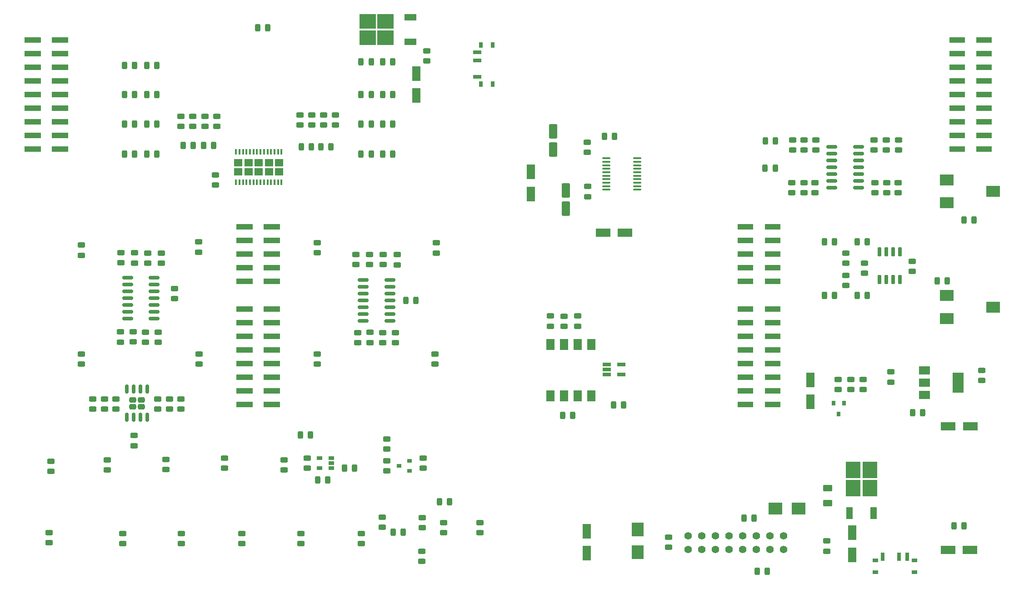
<source format=gbr>
%TF.GenerationSoftware,KiCad,Pcbnew,(6.0.1-0)*%
%TF.CreationDate,2022-04-07T21:47:18+00:00*%
%TF.ProjectId,fjol,666a6f6c-2e6b-4696-9361-645f70636258,rev?*%
%TF.SameCoordinates,Original*%
%TF.FileFunction,Paste,Top*%
%TF.FilePolarity,Positive*%
%FSLAX46Y46*%
G04 Gerber Fmt 4.6, Leading zero omitted, Abs format (unit mm)*
G04 Created by KiCad (PCBNEW (6.0.1-0)) date 2022-04-07 21:47:18*
%MOMM*%
%LPD*%
G01*
G04 APERTURE LIST*
G04 Aperture macros list*
%AMRoundRect*
0 Rectangle with rounded corners*
0 $1 Rounding radius*
0 $2 $3 $4 $5 $6 $7 $8 $9 X,Y pos of 4 corners*
0 Add a 4 corners polygon primitive as box body*
4,1,4,$2,$3,$4,$5,$6,$7,$8,$9,$2,$3,0*
0 Add four circle primitives for the rounded corners*
1,1,$1+$1,$2,$3*
1,1,$1+$1,$4,$5*
1,1,$1+$1,$6,$7*
1,1,$1+$1,$8,$9*
0 Add four rect primitives between the rounded corners*
20,1,$1+$1,$2,$3,$4,$5,0*
20,1,$1+$1,$4,$5,$6,$7,0*
20,1,$1+$1,$6,$7,$8,$9,0*
20,1,$1+$1,$8,$9,$2,$3,0*%
G04 Aperture macros list end*
%ADD10RoundRect,0.250000X0.625000X-0.375000X0.625000X0.375000X-0.625000X0.375000X-0.625000X-0.375000X0*%
%ADD11RoundRect,0.243750X0.243750X0.456250X-0.243750X0.456250X-0.243750X-0.456250X0.243750X-0.456250X0*%
%ADD12RoundRect,0.150000X0.150000X-0.725000X0.150000X0.725000X-0.150000X0.725000X-0.150000X-0.725000X0*%
%ADD13RoundRect,0.100000X-0.637500X-0.100000X0.637500X-0.100000X0.637500X0.100000X-0.637500X0.100000X0*%
%ADD14RoundRect,0.243750X0.456250X-0.243750X0.456250X0.243750X-0.456250X0.243750X-0.456250X-0.243750X0*%
%ADD15RoundRect,0.243750X-0.456250X0.243750X-0.456250X-0.243750X0.456250X-0.243750X0.456250X0.243750X0*%
%ADD16RoundRect,0.150000X0.825000X0.150000X-0.825000X0.150000X-0.825000X-0.150000X0.825000X-0.150000X0*%
%ADD17RoundRect,0.250000X1.137500X0.550000X-1.137500X0.550000X-1.137500X-0.550000X1.137500X-0.550000X0*%
%ADD18RoundRect,0.250000X-0.550000X1.137500X-0.550000X-1.137500X0.550000X-1.137500X0.550000X1.137500X0*%
%ADD19RoundRect,0.250000X0.550000X-1.137500X0.550000X1.137500X-0.550000X1.137500X-0.550000X-1.137500X0*%
%ADD20RoundRect,0.250000X0.550000X-1.075000X0.550000X1.075000X-0.550000X1.075000X-0.550000X-1.075000X0*%
%ADD21RoundRect,0.250000X-1.137500X-0.550000X1.137500X-0.550000X1.137500X0.550000X-1.137500X0.550000X0*%
%ADD22RoundRect,0.243750X-0.243750X-0.456250X0.243750X-0.456250X0.243750X0.456250X-0.243750X0.456250X0*%
%ADD23R,2.500000X2.300000*%
%ADD24R,2.300000X2.500000*%
%ADD25R,1.560000X0.650000*%
%ADD26R,3.150000X1.000000*%
%ADD27R,3.000000X1.000000*%
%ADD28R,0.900000X0.800000*%
%ADD29RoundRect,0.150000X-0.825000X-0.150000X0.825000X-0.150000X0.825000X0.150000X-0.825000X0.150000X0*%
%ADD30R,2.750000X3.050000*%
%ADD31R,1.200000X2.200000*%
%ADD32R,2.000000X1.500000*%
%ADD33R,2.000000X3.800000*%
%ADD34R,1.600000X2.000000*%
%ADD35R,0.800000X0.900000*%
%ADD36R,3.050000X2.750000*%
%ADD37R,2.200000X1.200000*%
%ADD38R,2.500000X2.000000*%
%ADD39R,1.000000X0.800000*%
%ADD40R,0.700000X1.500000*%
%ADD41R,0.800000X1.000000*%
%ADD42R,1.500000X0.700000*%
%ADD43R,1.600000X1.400000*%
%ADD44R,0.400000X1.100000*%
%ADD45RoundRect,0.250000X-0.395000X0.255000X-0.395000X-0.255000X0.395000X-0.255000X0.395000X0.255000X0*%
%ADD46RoundRect,0.150000X-0.150000X0.662500X-0.150000X-0.662500X0.150000X-0.662500X0.150000X0.662500X0*%
%ADD47R,1.060000X0.650000*%
%ADD48C,1.422400*%
G04 APERTURE END LIST*
D10*
%TO.C,L1*%
X243370100Y-146088100D03*
X243370100Y-143288100D03*
%TD*%
D11*
%TO.C,L2*%
X261061200Y-129235200D03*
X259186200Y-129235200D03*
%TD*%
D12*
%TO.C,U6*%
X252984000Y-104429000D03*
X254254000Y-104429000D03*
X255524000Y-104429000D03*
X256794000Y-104429000D03*
X256794000Y-99279000D03*
X255524000Y-99279000D03*
X254254000Y-99279000D03*
X252984000Y-99279000D03*
%TD*%
D13*
%TO.C,U8*%
X202115500Y-81860200D03*
X202115500Y-82510200D03*
X202115500Y-83160200D03*
X202115500Y-83810200D03*
X202115500Y-84460200D03*
X202115500Y-85110200D03*
X202115500Y-85760200D03*
X202115500Y-86410200D03*
X202115500Y-87060200D03*
X202115500Y-87710200D03*
X207840500Y-87710200D03*
X207840500Y-87060200D03*
X207840500Y-86410200D03*
X207840500Y-85760200D03*
X207840500Y-85110200D03*
X207840500Y-84460200D03*
X207840500Y-83810200D03*
X207840500Y-83160200D03*
X207840500Y-82510200D03*
X207840500Y-81860200D03*
%TD*%
D14*
%TO.C,R44*%
X241147600Y-80350600D03*
X241147600Y-78475600D03*
%TD*%
D11*
%TO.C,R45*%
X233591100Y-78651100D03*
X231716100Y-78651100D03*
%TD*%
D15*
%TO.C,R58*%
X252133100Y-86413100D03*
X252133100Y-88288100D03*
%TD*%
D16*
%TO.C,U10*%
X161776838Y-112111780D03*
X161776838Y-110841780D03*
X161776838Y-109571780D03*
X161776838Y-108301780D03*
X161776838Y-107031780D03*
X161776838Y-105761780D03*
X161776838Y-104491780D03*
X156826838Y-104491780D03*
X156826838Y-105761780D03*
X156826838Y-107031780D03*
X156826838Y-108301780D03*
X156826838Y-109571780D03*
X156826838Y-110841780D03*
X156826838Y-112111780D03*
%TD*%
D15*
%TO.C,C1*%
X272034000Y-121388900D03*
X272034000Y-123263900D03*
%TD*%
D17*
%TO.C,C2*%
X269905500Y-131826000D03*
X265780500Y-131826000D03*
%TD*%
D14*
%TO.C,C4*%
X245322000Y-124951500D03*
X245322000Y-123076500D03*
%TD*%
D18*
%TO.C,C6*%
X247942100Y-151612600D03*
X247942100Y-155737600D03*
%TD*%
D19*
%TO.C,C7*%
X198500000Y-155450000D03*
X198500000Y-151325000D03*
%TD*%
D15*
%TO.C,C8*%
X108613438Y-126721180D03*
X108613438Y-128596180D03*
%TD*%
%TO.C,C9*%
X120725938Y-126708680D03*
X120725938Y-128583680D03*
%TD*%
D18*
%TO.C,C14*%
X166705938Y-66056480D03*
X166705938Y-70181480D03*
%TD*%
D15*
%TO.C,C15*%
X259080000Y-101043500D03*
X259080000Y-102918500D03*
%TD*%
D14*
%TO.C,C16*%
X250190000Y-103299500D03*
X250190000Y-101424500D03*
%TD*%
D15*
%TO.C,C18*%
X168713438Y-61821180D03*
X168713438Y-63696180D03*
%TD*%
%TO.C,C19*%
X243205000Y-153162000D03*
X243205000Y-155037000D03*
%TD*%
D14*
%TO.C,C20*%
X198526400Y-80767400D03*
X198526400Y-78892400D03*
%TD*%
D20*
%TO.C,C21*%
X192227200Y-80191500D03*
X192227200Y-76841500D03*
%TD*%
D21*
%TO.C,C22*%
X201487500Y-95750000D03*
X205612500Y-95750000D03*
%TD*%
D20*
%TO.C,C23*%
X194564000Y-91235400D03*
X194564000Y-87885400D03*
%TD*%
D18*
%TO.C,C24*%
X188061600Y-84399100D03*
X188061600Y-88524100D03*
%TD*%
D11*
%TO.C,C25*%
X203680300Y-77774800D03*
X201805300Y-77774800D03*
%TD*%
D15*
%TO.C,C26*%
X198678800Y-87122000D03*
X198678800Y-88997000D03*
%TD*%
D14*
%TO.C,C27*%
X255117600Y-123545600D03*
X255117600Y-121670600D03*
%TD*%
%TO.C,C28*%
X246761000Y-105585500D03*
X246761000Y-103710500D03*
%TD*%
D15*
%TO.C,C29*%
X246761000Y-99519500D03*
X246761000Y-101394500D03*
%TD*%
D11*
%TO.C,C30*%
X265656300Y-104698800D03*
X263781300Y-104698800D03*
%TD*%
D15*
%TO.C,C32*%
X116299638Y-114245379D03*
X116299638Y-116120379D03*
%TD*%
%TO.C,C33*%
X113962838Y-114194580D03*
X113962838Y-116069580D03*
%TD*%
D14*
%TO.C,C42*%
X158023372Y-101659313D03*
X158023372Y-99784313D03*
%TD*%
%TO.C,C35*%
X114216838Y-101356046D03*
X114216838Y-99481046D03*
%TD*%
D15*
%TO.C,C36*%
X121688438Y-106121180D03*
X121688438Y-107996180D03*
%TD*%
D11*
%TO.C,C37*%
X166663438Y-108296180D03*
X164788438Y-108296180D03*
%TD*%
D15*
%TO.C,C38*%
X158124972Y-114296180D03*
X158124972Y-116171180D03*
%TD*%
%TO.C,C40*%
X160478705Y-114351578D03*
X160478705Y-116226578D03*
%TD*%
D14*
%TO.C,C41*%
X160580305Y-101676246D03*
X160580305Y-99801246D03*
%TD*%
%TO.C,C34*%
X119195238Y-101374512D03*
X119195238Y-99499512D03*
%TD*%
D22*
%TO.C,C46*%
X171064338Y-145830280D03*
X172939338Y-145830280D03*
%TD*%
D15*
%TO.C,C44*%
X236829600Y-78475600D03*
X236829600Y-80350600D03*
%TD*%
D14*
%TO.C,C45*%
X236639100Y-88288100D03*
X236639100Y-86413100D03*
%TD*%
%TO.C,C47*%
X256514600Y-88288100D03*
X256514600Y-86413100D03*
%TD*%
D15*
%TO.C,C48*%
X256578100Y-78475600D03*
X256578100Y-80350600D03*
%TD*%
D22*
%TO.C,D3*%
X194007500Y-129794000D03*
X195882500Y-129794000D03*
%TD*%
D23*
%TO.C,D1*%
X237909100Y-147104100D03*
X233609100Y-147104100D03*
%TD*%
D24*
%TO.C,D2*%
X207937100Y-155277600D03*
X207937100Y-150977600D03*
%TD*%
D25*
%TO.C,IC1*%
X202175000Y-120250000D03*
X202175000Y-121200000D03*
X202175000Y-122150000D03*
X204875000Y-122150000D03*
X204875000Y-120250000D03*
%TD*%
D26*
%TO.C,J6*%
X134730589Y-94591180D03*
X139780589Y-94591180D03*
X134730589Y-97131180D03*
X139780589Y-97131180D03*
X134730589Y-99671180D03*
X139780589Y-99671180D03*
X134730589Y-102211180D03*
X139780589Y-102211180D03*
X134730589Y-104751180D03*
X139780589Y-104751180D03*
%TD*%
D27*
%TO.C,J10*%
X233078100Y-94595000D03*
X228038100Y-94595000D03*
X233078100Y-97135000D03*
X228038100Y-97135000D03*
X233078100Y-99675000D03*
X228038100Y-99675000D03*
X233078100Y-102215000D03*
X228038100Y-102215000D03*
X233078100Y-104755000D03*
X228038100Y-104755000D03*
%TD*%
D11*
%TO.C,L4*%
X229654100Y-148882100D03*
X227779100Y-148882100D03*
%TD*%
D14*
%TO.C,L5*%
X213715600Y-154313100D03*
X213715600Y-152438100D03*
%TD*%
D22*
%TO.C,L7*%
X137200938Y-57546180D03*
X139075938Y-57546180D03*
%TD*%
D15*
%TO.C,L8*%
X171811338Y-149733780D03*
X171811338Y-151608780D03*
%TD*%
D14*
%TO.C,L9*%
X178605838Y-151642280D03*
X178605838Y-149767280D03*
%TD*%
D15*
%TO.C,L10*%
X167760038Y-155037780D03*
X167760038Y-156912780D03*
%TD*%
D22*
%TO.C,L11*%
X162375238Y-151532580D03*
X164250238Y-151532580D03*
%TD*%
D28*
%TO.C,Q1*%
X165488438Y-140121180D03*
X165488438Y-138221180D03*
X163488438Y-139171180D03*
%TD*%
D22*
%TO.C,R1*%
X203430900Y-127812800D03*
X205305900Y-127812800D03*
%TD*%
D15*
%TO.C,R3*%
X194221100Y-111290100D03*
X194221100Y-113165100D03*
%TD*%
D14*
%TO.C,R4*%
X196824600Y-113131600D03*
X196824600Y-111256600D03*
%TD*%
D15*
%TO.C,R2*%
X249986800Y-123065300D03*
X249986800Y-124940300D03*
%TD*%
D22*
%TO.C,R8*%
X242775500Y-97409000D03*
X244650500Y-97409000D03*
%TD*%
%TO.C,R10*%
X248871500Y-97409000D03*
X250746500Y-97409000D03*
%TD*%
D15*
%TO.C,R11*%
X126273372Y-118286280D03*
X126273372Y-120161280D03*
%TD*%
%TO.C,R12*%
X130988438Y-137708680D03*
X130988438Y-139583680D03*
%TD*%
%TO.C,R13*%
X104310838Y-118286280D03*
X104310838Y-120161280D03*
%TD*%
%TO.C,R14*%
X142088438Y-138046180D03*
X142088438Y-139921180D03*
%TD*%
%TO.C,R28*%
X148238438Y-97596180D03*
X148238438Y-99471180D03*
%TD*%
%TO.C,R29*%
X145204838Y-151799280D03*
X145204838Y-153674280D03*
%TD*%
%TO.C,R17*%
X104310838Y-98046180D03*
X104310838Y-99921180D03*
%TD*%
%TO.C,R18*%
X122916338Y-151799280D03*
X122916338Y-153674280D03*
%TD*%
%TO.C,R19*%
X118636438Y-114228446D03*
X118636438Y-116103446D03*
%TD*%
%TO.C,R20*%
X111626038Y-114211513D03*
X111626038Y-116086513D03*
%TD*%
D14*
%TO.C,R34*%
X155466438Y-101642380D03*
X155466438Y-99767380D03*
%TD*%
%TO.C,R22*%
X111727638Y-101337580D03*
X111727638Y-99462580D03*
%TD*%
D15*
%TO.C,R23*%
X148235905Y-118286280D03*
X148235905Y-120161280D03*
%TD*%
%TO.C,R24*%
X111994338Y-151799280D03*
X111994338Y-153674280D03*
%TD*%
%TO.C,R25*%
X170198438Y-118286280D03*
X170198438Y-120161280D03*
%TD*%
%TO.C,R26*%
X170413438Y-97621180D03*
X170413438Y-99496180D03*
%TD*%
%TO.C,R27*%
X156507838Y-151799280D03*
X156507838Y-153674280D03*
%TD*%
%TO.C,R15*%
X126188438Y-97446180D03*
X126188438Y-99321180D03*
%TD*%
%TO.C,R16*%
X134219338Y-151799280D03*
X134219338Y-153674280D03*
%TD*%
%TO.C,R31*%
X155771238Y-114314646D03*
X155771238Y-116189646D03*
%TD*%
%TO.C,R32*%
X162832438Y-114333112D03*
X162832438Y-116208112D03*
%TD*%
D14*
%TO.C,R33*%
X163137238Y-101693179D03*
X163137238Y-99818179D03*
%TD*%
%TO.C,R21*%
X116706038Y-101392978D03*
X116706038Y-99517978D03*
%TD*%
D22*
%TO.C,R30*%
X160463438Y-63846180D03*
X162338438Y-63846180D03*
%TD*%
%TO.C,R35*%
X156438438Y-63846180D03*
X158313438Y-63846180D03*
%TD*%
D14*
%TO.C,R50*%
X167810838Y-150689780D03*
X167810838Y-148814780D03*
%TD*%
%TO.C,R54*%
X98638438Y-140146180D03*
X98638438Y-138271180D03*
%TD*%
%TO.C,R55*%
X98338438Y-153496180D03*
X98338438Y-151621180D03*
%TD*%
D22*
%TO.C,R36*%
X160463438Y-69946180D03*
X162338438Y-69946180D03*
%TD*%
%TO.C,R37*%
X156438438Y-69946180D03*
X158313438Y-69946180D03*
%TD*%
D15*
%TO.C,R42*%
X241020600Y-86413100D03*
X241020600Y-88288100D03*
%TD*%
D11*
%TO.C,R43*%
X233576100Y-83731100D03*
X231701100Y-83731100D03*
%TD*%
D14*
%TO.C,R38*%
X167988438Y-139571180D03*
X167988438Y-137696180D03*
%TD*%
D15*
%TO.C,R48*%
X238988600Y-78475600D03*
X238988600Y-80350600D03*
%TD*%
D14*
%TO.C,R49*%
X238925100Y-88288100D03*
X238925100Y-86413100D03*
%TD*%
%TO.C,R40*%
X161238438Y-136021180D03*
X161238438Y-134146180D03*
%TD*%
%TO.C,R62*%
X254355600Y-88288100D03*
X254355600Y-86413100D03*
%TD*%
D15*
%TO.C,R63*%
X254292100Y-78475600D03*
X254292100Y-80350600D03*
%TD*%
D16*
%TO.C,U9*%
X117898338Y-111730780D03*
X117898338Y-110460780D03*
X117898338Y-109190780D03*
X117898338Y-107920780D03*
X117898338Y-106650780D03*
X117898338Y-105380780D03*
X117898338Y-104110780D03*
X112948338Y-104110780D03*
X112948338Y-105380780D03*
X112948338Y-106650780D03*
X112948338Y-107920780D03*
X112948338Y-109190780D03*
X112948338Y-110460780D03*
X112948338Y-111730780D03*
%TD*%
D29*
%TO.C,U11*%
X244133600Y-79730600D03*
X244133600Y-81000600D03*
X244133600Y-82270600D03*
X244133600Y-83540600D03*
X244133600Y-84810600D03*
X244133600Y-86080600D03*
X244133600Y-87350600D03*
X249083600Y-87350600D03*
X249083600Y-86080600D03*
X249083600Y-84810600D03*
X249083600Y-83540600D03*
X249083600Y-82270600D03*
X249083600Y-81000600D03*
X249083600Y-79730600D03*
%TD*%
D30*
%TO.C,U1*%
X248132600Y-143294100D03*
X251182600Y-139944100D03*
X248132600Y-139944100D03*
X251182600Y-143294100D03*
D31*
X247377600Y-147919100D03*
X251937600Y-147919100D03*
%TD*%
D32*
%TO.C,U2*%
X261390600Y-121372600D03*
D33*
X267690600Y-123672600D03*
D32*
X261390600Y-123672600D03*
X261390600Y-125972600D03*
%TD*%
D34*
%TO.C,U3*%
X191744600Y-126093100D03*
X194284600Y-126093100D03*
X196824600Y-126093100D03*
X199364600Y-126093100D03*
X199364600Y-116553100D03*
X196824600Y-116553100D03*
X194284600Y-116553100D03*
X191744600Y-116553100D03*
%TD*%
D35*
%TO.C,U4*%
X246364800Y-127473200D03*
X244464800Y-127473200D03*
X245414800Y-129473200D03*
%TD*%
D36*
%TO.C,U5*%
X161010438Y-59433180D03*
X157660438Y-59433180D03*
X161010438Y-56383180D03*
X157660438Y-56383180D03*
D37*
X165635438Y-60188180D03*
X165635438Y-55628180D03*
%TD*%
D38*
%TO.C,LEFT1*%
X265499200Y-111738300D03*
X274149200Y-109588300D03*
X265499200Y-107438300D03*
%TD*%
D14*
%TO.C,L6*%
X247650000Y-124940300D03*
X247650000Y-123065300D03*
%TD*%
D15*
%TO.C,R5*%
X129288438Y-84958680D03*
X129288438Y-86833680D03*
%TD*%
D22*
%TO.C,R52*%
X160463438Y-75521180D03*
X162338438Y-75521180D03*
%TD*%
D11*
%TO.C,R53*%
X158313438Y-75521180D03*
X156438438Y-75521180D03*
%TD*%
D39*
%TO.C,SW1*%
X259529600Y-156738100D03*
X252229600Y-156738100D03*
X252229600Y-158948100D03*
X259529600Y-158948100D03*
D40*
X253629600Y-156088100D03*
X256629600Y-156088100D03*
X258129600Y-156088100D03*
%TD*%
D41*
%TO.C,SW2*%
X180957838Y-60745780D03*
X178747838Y-68045780D03*
X180957838Y-68045780D03*
X178747838Y-60745780D03*
D42*
X178097838Y-66645780D03*
X178097838Y-63645780D03*
X178097838Y-62145780D03*
%TD*%
D21*
%TO.C,C10*%
X265755100Y-154838400D03*
X269880100Y-154838400D03*
%TD*%
D11*
%TO.C,L3*%
X232100600Y-158788100D03*
X230225600Y-158788100D03*
%TD*%
D22*
%TO.C,C17*%
X266880100Y-150368000D03*
X268755100Y-150368000D03*
%TD*%
D18*
%TO.C,C5*%
X240172000Y-123126500D03*
X240172000Y-127251500D03*
%TD*%
D26*
%TO.C,J7*%
X134730589Y-109931180D03*
X139780589Y-109931180D03*
X134730589Y-112471180D03*
X139780589Y-112471180D03*
X134730589Y-115011180D03*
X139780589Y-115011180D03*
X134730589Y-117551180D03*
X139780589Y-117551180D03*
X134730589Y-120091180D03*
X139780589Y-120091180D03*
X134730589Y-122631180D03*
X139780589Y-122631180D03*
X134730589Y-125171180D03*
X139780589Y-125171180D03*
X134730589Y-127711180D03*
X139780589Y-127711180D03*
%TD*%
D27*
%TO.C,J8*%
X233078100Y-109935000D03*
X228038100Y-109935000D03*
X233078100Y-112475000D03*
X228038100Y-112475000D03*
X233078100Y-115015000D03*
X228038100Y-115015000D03*
X233078100Y-117555000D03*
X228038100Y-117555000D03*
X233078100Y-120095000D03*
X228038100Y-120095000D03*
X233078100Y-122635000D03*
X228038100Y-122635000D03*
X233078100Y-125175000D03*
X228038100Y-125175000D03*
X233078100Y-127715000D03*
X228038100Y-127715000D03*
%TD*%
D26*
%TO.C,J5*%
X100338838Y-80107780D03*
X95288838Y-80107780D03*
X100338838Y-77567780D03*
X95288838Y-77567780D03*
X100338838Y-75027780D03*
X95288838Y-75027780D03*
X100338838Y-72487780D03*
X95288838Y-72487780D03*
X100338838Y-69947780D03*
X95288838Y-69947780D03*
X100338838Y-67407780D03*
X95288838Y-67407780D03*
X100338838Y-64867780D03*
X95288838Y-64867780D03*
X100338838Y-62327780D03*
X95288838Y-62327780D03*
X100338838Y-59787780D03*
X95288838Y-59787780D03*
%TD*%
D27*
%TO.C,J9*%
X267476600Y-80111600D03*
X272516600Y-80111600D03*
X267476600Y-77571600D03*
X272516600Y-77571600D03*
X267476600Y-75031600D03*
X272516600Y-75031600D03*
X267476600Y-72491600D03*
X272516600Y-72491600D03*
X267476600Y-69951600D03*
X272516600Y-69951600D03*
X267476600Y-67411600D03*
X272516600Y-67411600D03*
X267476600Y-64871600D03*
X272516600Y-64871600D03*
X267476600Y-62331600D03*
X272516600Y-62331600D03*
X267476600Y-59791600D03*
X272516600Y-59791600D03*
%TD*%
D14*
%TO.C,R41*%
X161213438Y-140096180D03*
X161213438Y-138221180D03*
%TD*%
%TO.C,R51*%
X160394038Y-150613580D03*
X160394038Y-148738580D03*
%TD*%
%TO.C,C3*%
X191681100Y-113131600D03*
X191681100Y-111256600D03*
%TD*%
D22*
%TO.C,R7*%
X242775500Y-107442000D03*
X244650500Y-107442000D03*
%TD*%
%TO.C,R9*%
X248871500Y-107442000D03*
X250746500Y-107442000D03*
%TD*%
D38*
%TO.C,RIGHT1*%
X265499200Y-90173700D03*
X274149200Y-88023700D03*
X265499200Y-85873700D03*
%TD*%
D22*
%TO.C,C31*%
X268721600Y-93332300D03*
X270596600Y-93332300D03*
%TD*%
D14*
%TO.C,R60*%
X252006100Y-80350600D03*
X252006100Y-78475600D03*
%TD*%
D22*
%TO.C,C39*%
X148963438Y-79746180D03*
X150838438Y-79746180D03*
%TD*%
D11*
%TO.C,C43*%
X147188438Y-79746180D03*
X145313438Y-79746180D03*
%TD*%
D22*
%TO.C,C51*%
X127063438Y-79496180D03*
X128938438Y-79496180D03*
%TD*%
D11*
%TO.C,C52*%
X125163438Y-79496180D03*
X123288438Y-79496180D03*
%TD*%
D14*
%TO.C,R82*%
X151688438Y-75696180D03*
X151688438Y-73821180D03*
%TD*%
%TO.C,R83*%
X149488438Y-75696180D03*
X149488438Y-73821180D03*
%TD*%
%TO.C,R84*%
X147288438Y-75696180D03*
X147288438Y-73821180D03*
%TD*%
D15*
%TO.C,R85*%
X145088438Y-73821180D03*
X145088438Y-75696180D03*
%TD*%
D14*
%TO.C,R86*%
X129588438Y-75946180D03*
X129588438Y-74071180D03*
%TD*%
%TO.C,R87*%
X127338438Y-75946180D03*
X127338438Y-74071180D03*
%TD*%
%TO.C,R88*%
X125088438Y-75946180D03*
X125088438Y-74071180D03*
%TD*%
D15*
%TO.C,R89*%
X122838438Y-74071180D03*
X122838438Y-75946180D03*
%TD*%
D22*
%TO.C,R64*%
X160463438Y-81046180D03*
X162338438Y-81046180D03*
%TD*%
D11*
%TO.C,R65*%
X158313438Y-81046180D03*
X156438438Y-81046180D03*
%TD*%
D14*
%TO.C,R66*%
X106463438Y-128596180D03*
X106463438Y-126721180D03*
%TD*%
D15*
%TO.C,R67*%
X109113438Y-138083680D03*
X109113438Y-139958680D03*
%TD*%
D14*
%TO.C,R68*%
X122863438Y-128583680D03*
X122863438Y-126708680D03*
%TD*%
D15*
%TO.C,R69*%
X120100938Y-137933680D03*
X120100938Y-139808680D03*
%TD*%
%TO.C,R70*%
X110763438Y-126721180D03*
X110763438Y-128596180D03*
%TD*%
%TO.C,R71*%
X118588438Y-126708680D03*
X118588438Y-128583680D03*
%TD*%
D11*
%TO.C,R72*%
X114263438Y-64571180D03*
X112388438Y-64571180D03*
%TD*%
%TO.C,R73*%
X118363438Y-64571180D03*
X116488438Y-64571180D03*
%TD*%
%TO.C,R74*%
X114263438Y-69946180D03*
X112388438Y-69946180D03*
%TD*%
%TO.C,R75*%
X118363438Y-69946180D03*
X116488438Y-69946180D03*
%TD*%
%TO.C,R76*%
X114263438Y-75521180D03*
X112388438Y-75521180D03*
%TD*%
%TO.C,R77*%
X118363438Y-75521180D03*
X116488438Y-75521180D03*
%TD*%
%TO.C,R78*%
X114263438Y-81046180D03*
X112388438Y-81046180D03*
%TD*%
%TO.C,R79*%
X118363438Y-81046180D03*
X116488438Y-81046180D03*
%TD*%
D43*
%TO.C,U12*%
X135474639Y-84346180D03*
X133574639Y-82646180D03*
X139274639Y-82646180D03*
X139274639Y-84346180D03*
X137374639Y-84346180D03*
X141174639Y-84346180D03*
X133574639Y-84346180D03*
X135474639Y-82646180D03*
X137374639Y-82646180D03*
X141174639Y-82646180D03*
D44*
X133149639Y-86346180D03*
X133799639Y-86346180D03*
X134449639Y-86346180D03*
X135099639Y-86346180D03*
X135749639Y-86346180D03*
X136399639Y-86346180D03*
X137049639Y-86346180D03*
X137699639Y-86346180D03*
X138349639Y-86346180D03*
X138999639Y-86346180D03*
X139649639Y-86346180D03*
X140299639Y-86346180D03*
X140949639Y-86346180D03*
X141599639Y-86346180D03*
X141599639Y-80646180D03*
X140949639Y-80646180D03*
X140299639Y-80646180D03*
X139649639Y-80646180D03*
X138999639Y-80646180D03*
X138349639Y-80646180D03*
X137699639Y-80646180D03*
X137049639Y-80646180D03*
X136399639Y-80646180D03*
X135749639Y-80646180D03*
X135099639Y-80646180D03*
X134449639Y-80646180D03*
X133799639Y-80646180D03*
X133149639Y-80646180D03*
%TD*%
D14*
%TO.C,C11*%
X114188438Y-135396180D03*
X114188438Y-133521180D03*
%TD*%
D11*
%TO.C,C12*%
X147038438Y-133371180D03*
X145163438Y-133371180D03*
%TD*%
D14*
%TO.C,R39*%
X146413438Y-139571180D03*
X146413438Y-137696180D03*
%TD*%
D22*
%TO.C,R80*%
X148338438Y-141771180D03*
X150213438Y-141771180D03*
%TD*%
D11*
%TO.C,R81*%
X155213438Y-139571180D03*
X153338438Y-139571180D03*
%TD*%
D45*
%TO.C,U13*%
X113863438Y-126866180D03*
X115463438Y-126866180D03*
X113863438Y-128126180D03*
X115463438Y-128126180D03*
D46*
X116568438Y-124858680D03*
X115298438Y-124858680D03*
X114028438Y-124858680D03*
X112758438Y-124858680D03*
X112758438Y-130133680D03*
X114028438Y-130133680D03*
X115298438Y-130133680D03*
X116568438Y-130133680D03*
%TD*%
D47*
%TO.C,U14*%
X150863438Y-139596180D03*
X150863438Y-138646180D03*
X150863438Y-137696180D03*
X148663438Y-137696180D03*
X148663438Y-139596180D03*
%TD*%
D48*
%TO.C,J1*%
X217322400Y-152196800D03*
X217322400Y-154736800D03*
X219862400Y-152196800D03*
X219862400Y-154736800D03*
X222402400Y-152196800D03*
X222402400Y-154736800D03*
X224942400Y-152196800D03*
X224942400Y-154736800D03*
X227482400Y-152196800D03*
X227482400Y-154736800D03*
X230022400Y-152196800D03*
X230022400Y-154736800D03*
X232562400Y-152196800D03*
X232562400Y-154736800D03*
X235102400Y-152196800D03*
X235102400Y-154736800D03*
%TD*%
M02*

</source>
